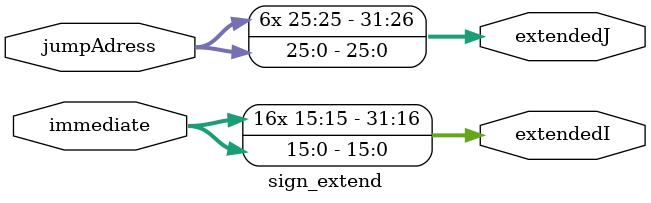
<source format=v>
module sign_extend(extendedI, extendedJ, immediate, jumpAdress);
	output [31:0] extendedI, extendedJ;
	input [25:0] jumpAdress;
	input [15:0] immediate;
	
	assign extendedI = { {16{immediate[15]}}, immediate[15:0]};//extended version of immediate part
	assign extendedJ = { {6{jumpAdress[25]}}, jumpAdress[25:0]}; //extended version of jump part 

endmodule
</source>
